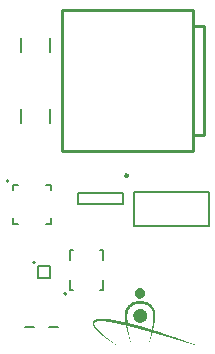
<source format=gbr>
%TF.GenerationSoftware,Altium Limited,Altium Designer,22.4.2 (48)*%
G04 Layer_Color=65535*
%FSLAX45Y45*%
%MOMM*%
%TF.SameCoordinates,536C032F-4EC3-470D-9469-351792C50264*%
%TF.FilePolarity,Positive*%
%TF.FileFunction,Legend,Top*%
%TF.Part,Single*%
G01*
G75*
%TA.AperFunction,NonConductor*%
%ADD36C,0.20320*%
%ADD37C,0.25000*%
%ADD38C,0.20000*%
%ADD39C,0.15000*%
%ADD40C,0.15240*%
G36*
X339845Y-2657363D02*
X340881D01*
Y-2658399D01*
X341917D01*
Y-2659435D01*
X345025D01*
Y-2658399D01*
X347097D01*
Y-2659435D01*
X348133D01*
Y-2660471D01*
X349169D01*
Y-2661508D01*
X353313D01*
Y-2663580D01*
X355385D01*
Y-2664615D01*
X357458D01*
Y-2665652D01*
X359530D01*
Y-2666688D01*
X360566D01*
Y-2667724D01*
X361602D01*
Y-2668760D01*
X362638D01*
Y-2669796D01*
X363674D01*
Y-2670832D01*
X364710D01*
Y-2671868D01*
X365746D01*
Y-2672904D01*
X366782D01*
Y-2673940D01*
X368854D01*
Y-2678084D01*
X369891D01*
Y-2679120D01*
X370926D01*
Y-2683264D01*
X372998D01*
Y-2684301D01*
X374035D01*
Y-2688445D01*
X375071D01*
Y-2689481D01*
X376106D01*
Y-2713310D01*
X374035D01*
Y-2715382D01*
X372998D01*
Y-2716419D01*
X374035D01*
Y-2719527D01*
X372998D01*
Y-2720563D01*
X371963D01*
Y-2721599D01*
X370926D01*
Y-2725743D01*
X369891D01*
Y-2726779D01*
X368854D01*
Y-2727815D01*
X367818D01*
Y-2728851D01*
X366782D01*
Y-2729887D01*
X365746D01*
Y-2730923D01*
X364710D01*
Y-2731960D01*
X363674D01*
Y-2732996D01*
X362638D01*
Y-2734031D01*
X361602D01*
Y-2735068D01*
X360566D01*
Y-2736103D01*
X359530D01*
Y-2737140D01*
X358494D01*
Y-2738176D01*
X357458D01*
Y-2739212D01*
X356422D01*
Y-2740248D01*
X355385D01*
Y-2741284D01*
X351241D01*
Y-2743356D01*
X347097D01*
Y-2744392D01*
X346061D01*
Y-2745428D01*
X345025D01*
Y-2746464D01*
X342953D01*
Y-2745428D01*
X340881D01*
Y-2746464D01*
X326376D01*
Y-2745428D01*
X325340D01*
Y-2746464D01*
X322232D01*
Y-2745428D01*
X321195D01*
Y-2743356D01*
X314979D01*
Y-2742320D01*
X313943D01*
Y-2741284D01*
X311871D01*
Y-2739212D01*
X310835D01*
Y-2738176D01*
X306691D01*
Y-2736103D01*
X304618D01*
Y-2735068D01*
X303583D01*
Y-2734031D01*
X302546D01*
Y-2732996D01*
X301510D01*
Y-2730923D01*
X300474D01*
Y-2728851D01*
X299438D01*
Y-2726779D01*
X298403D01*
Y-2725743D01*
X296330D01*
Y-2723671D01*
X295294D01*
Y-2721599D01*
X294258D01*
Y-2718491D01*
X292186D01*
Y-2709166D01*
X291150D01*
Y-2705022D01*
X290114D01*
Y-2702950D01*
X289077D01*
Y-2699842D01*
X290114D01*
Y-2698805D01*
X291150D01*
Y-2694661D01*
X292186D01*
Y-2690517D01*
X291150D01*
Y-2689481D01*
X292186D01*
Y-2687409D01*
X293222D01*
Y-2685337D01*
X294258D01*
Y-2683264D01*
X295294D01*
Y-2681192D01*
X296330D01*
Y-2679120D01*
X297366D01*
Y-2677048D01*
X298403D01*
Y-2676012D01*
X299438D01*
Y-2674976D01*
X300474D01*
Y-2673940D01*
X301510D01*
Y-2672904D01*
X302546D01*
Y-2671868D01*
X303583D01*
Y-2670832D01*
X304618D01*
Y-2669796D01*
X305655D01*
Y-2668760D01*
X306691D01*
Y-2667724D01*
X307727D01*
Y-2666688D01*
X308763D01*
Y-2665652D01*
X309799D01*
Y-2664615D01*
X310835D01*
Y-2663580D01*
X313943D01*
Y-2662543D01*
X314979D01*
Y-2661508D01*
X317051D01*
Y-2660471D01*
X318087D01*
Y-2659435D01*
X321195D01*
Y-2658399D01*
X322232D01*
Y-2659435D01*
X324304D01*
Y-2658399D01*
X326376D01*
Y-2656327D01*
X339845D01*
Y-2657363D01*
D02*
G37*
G36*
X352277Y-2765113D02*
X354350D01*
Y-2766150D01*
X355385D01*
Y-2767185D01*
X368854D01*
Y-2768221D01*
X369891D01*
Y-2769258D01*
X371963D01*
Y-2770293D01*
X378179D01*
Y-2771330D01*
X379215D01*
Y-2772366D01*
X384395D01*
Y-2773402D01*
X386467D01*
Y-2774438D01*
X387503D01*
Y-2775474D01*
X391647D01*
Y-2777546D01*
X393720D01*
Y-2778582D01*
X395792D01*
Y-2777546D01*
X397864D01*
Y-2778582D01*
X398900D01*
Y-2779618D01*
X400972D01*
Y-2780654D01*
X404080D01*
Y-2781690D01*
X405116D01*
Y-2782726D01*
X406153D01*
Y-2783762D01*
X407188D01*
Y-2784799D01*
X408225D01*
Y-2785834D01*
X411333D01*
Y-2786871D01*
X412369D01*
Y-2787907D01*
X414441D01*
Y-2788943D01*
X415477D01*
Y-2789979D01*
X416513D01*
Y-2791015D01*
X420657D01*
Y-2792051D01*
X421693D01*
Y-2793087D01*
X422729D01*
Y-2794123D01*
X423765D01*
Y-2795159D01*
X424802D01*
Y-2796195D01*
X425838D01*
Y-2797231D01*
X426874D01*
Y-2798267D01*
X427910D01*
Y-2800339D01*
X429982D01*
Y-2801375D01*
X431018D01*
Y-2802411D01*
X432054D01*
Y-2803448D01*
X433090D01*
Y-2805520D01*
X434126D01*
Y-2806556D01*
X436198D01*
Y-2808628D01*
X437234D01*
Y-2809664D01*
X438270D01*
Y-2810700D01*
X439306D01*
Y-2812772D01*
X440343D01*
Y-2814844D01*
X441379D01*
Y-2815880D01*
X442414D01*
Y-2816916D01*
X443451D01*
Y-2817952D01*
X444487D01*
Y-2820025D01*
X445523D01*
Y-2823133D01*
X447595D01*
Y-2824169D01*
X448631D01*
Y-2826241D01*
X449667D01*
Y-2827277D01*
X450703D01*
Y-2831421D01*
X451739D01*
Y-2832457D01*
X452775D01*
Y-2837638D01*
X453811D01*
Y-2839710D01*
X454847D01*
Y-2840746D01*
X455883D01*
Y-2844890D01*
X456920D01*
Y-2845926D01*
X457955D01*
Y-2847998D01*
X458992D01*
Y-2849034D01*
X457955D01*
Y-2854215D01*
X458992D01*
Y-2855250D01*
X460028D01*
Y-2856287D01*
X461064D01*
Y-2867683D01*
X462100D01*
Y-2868719D01*
X463136D01*
Y-2870791D01*
X464172D01*
Y-2873900D01*
X463136D01*
Y-2880116D01*
X464172D01*
Y-2893585D01*
X463136D01*
Y-2904981D01*
X464172D01*
Y-2909126D01*
X463136D01*
Y-2911198D01*
X464172D01*
Y-2914306D01*
X463136D01*
Y-2916378D01*
X462100D01*
Y-2918450D01*
X461064D01*
Y-2937099D01*
X460028D01*
Y-2939171D01*
X458992D01*
Y-2940208D01*
X457955D01*
Y-2954712D01*
X455883D01*
Y-2967145D01*
X454847D01*
Y-2968181D01*
X453811D01*
Y-2971289D01*
X452775D01*
Y-2975433D01*
X453811D01*
Y-2978542D01*
X452775D01*
Y-2980614D01*
X451739D01*
Y-2981650D01*
X450703D01*
Y-2994083D01*
X449667D01*
Y-2995119D01*
X448631D01*
Y-2997191D01*
X447595D01*
Y-3000299D01*
X448631D01*
Y-3003407D01*
X447595D01*
Y-3004443D01*
X446559D01*
Y-3005479D01*
X445523D01*
Y-3012732D01*
X446559D01*
Y-3013768D01*
X449667D01*
Y-3014804D01*
X450703D01*
Y-3015840D01*
X451739D01*
Y-3016876D01*
X454847D01*
Y-3015840D01*
X456920D01*
Y-3016876D01*
X457955D01*
Y-3017912D01*
X458992D01*
Y-3018948D01*
X466244D01*
Y-3019984D01*
X468316D01*
Y-3021020D01*
X473496D01*
Y-3022056D01*
X476604D01*
Y-3023093D01*
X477641D01*
Y-3024128D01*
X484893D01*
Y-3026200D01*
X486965D01*
Y-3027237D01*
X489037D01*
Y-3026200D01*
X491110D01*
Y-3027237D01*
X492145D01*
Y-3028273D01*
X493182D01*
Y-3029309D01*
X500434D01*
Y-3031381D01*
X502506D01*
Y-3032417D01*
X508722D01*
Y-3033453D01*
X509758D01*
Y-3034489D01*
X515975D01*
Y-3035525D01*
X517011D01*
Y-3036561D01*
X518047D01*
Y-3037597D01*
X524263D01*
Y-3038633D01*
X525299D01*
Y-3039669D01*
X531516D01*
Y-3040705D01*
X532552D01*
Y-3041741D01*
X533588D01*
Y-3042777D01*
X539804D01*
Y-3043814D01*
X541876D01*
Y-3044849D01*
X542912D01*
Y-3045886D01*
X548093D01*
Y-3046922D01*
X550165D01*
Y-3047958D01*
X551201D01*
Y-3048994D01*
X557417D01*
Y-3051066D01*
X564670D01*
Y-3052102D01*
X565705D01*
Y-3053138D01*
X566742D01*
Y-3054174D01*
X572958D01*
Y-3055210D01*
X573994D01*
Y-3056246D01*
X580211D01*
Y-3057282D01*
X582283D01*
Y-3058318D01*
X583319D01*
Y-3059355D01*
X588499D01*
Y-3060390D01*
X589535D01*
Y-3061427D01*
X595751D01*
Y-3062463D01*
X597823D01*
Y-3063499D01*
X598860D01*
Y-3064535D01*
X605076D01*
Y-3066607D01*
X612328D01*
Y-3067643D01*
X613364D01*
Y-3068679D01*
X614401D01*
Y-3069715D01*
X620617D01*
Y-3070751D01*
X621653D01*
Y-3071787D01*
X627869D01*
Y-3072823D01*
X628905D01*
Y-3073859D01*
X629941D01*
Y-3074895D01*
X636158D01*
Y-3075931D01*
X637194D01*
Y-3076967D01*
X639266D01*
Y-3078003D01*
X644446D01*
Y-3079040D01*
X646519D01*
Y-3080076D01*
X648591D01*
Y-3081112D01*
X650662D01*
Y-3082148D01*
X651699D01*
Y-3083184D01*
X657915D01*
Y-3084220D01*
X658951D01*
Y-3085256D01*
X661023D01*
Y-3086292D01*
X666203D01*
Y-3087328D01*
X667240D01*
Y-3088364D01*
X673456D01*
Y-3089400D01*
X674492D01*
Y-3090436D01*
X676564D01*
Y-3091472D01*
X681744D01*
Y-3092508D01*
X682780D01*
Y-3093544D01*
X686924D01*
Y-3094581D01*
X687961D01*
Y-3095616D01*
X688997D01*
Y-3096653D01*
X696249D01*
Y-3097688D01*
X697285D01*
Y-3098725D01*
X702466D01*
Y-3099761D01*
X703502D01*
Y-3100797D01*
X704538D01*
Y-3101833D01*
X710754D01*
Y-3102869D01*
X712826D01*
Y-3103905D01*
X714898D01*
Y-3104941D01*
X716970D01*
Y-3105977D01*
X718007D01*
Y-3107013D01*
X724223D01*
Y-3108049D01*
X725259D01*
Y-3109085D01*
X728367D01*
Y-3110122D01*
X732511D01*
Y-3111157D01*
X733548D01*
Y-3112194D01*
X735620D01*
Y-3113229D01*
X737691D01*
Y-3112194D01*
X740800D01*
Y-3113229D01*
X741836D01*
Y-3114266D01*
X743908D01*
Y-3115302D01*
X745980D01*
Y-3116338D01*
X747016D01*
Y-3117374D01*
X751160D01*
Y-3118410D01*
X754269D01*
Y-3119446D01*
X755305D01*
Y-3120482D01*
X761521D01*
Y-3121518D01*
X763593D01*
Y-3122554D01*
X764629D01*
Y-3123590D01*
X769810D01*
Y-3124626D01*
X770846D01*
Y-3125663D01*
X774990D01*
Y-3126698D01*
X776026D01*
Y-3127735D01*
X777062D01*
Y-3128770D01*
X784314D01*
Y-3129806D01*
X785350D01*
Y-3130843D01*
X791567D01*
Y-3131878D01*
X792603D01*
Y-3132915D01*
X793639D01*
Y-3133951D01*
X796747D01*
Y-3134987D01*
X797783D01*
Y-3136023D01*
X805036D01*
Y-3137059D01*
X806072D01*
Y-3139131D01*
X811252D01*
Y-3141203D01*
X809180D01*
Y-3142239D01*
X807108D01*
Y-3141203D01*
X806072D01*
Y-3140167D01*
X803999D01*
Y-3139131D01*
X796747D01*
Y-3138095D01*
X795711D01*
Y-3137059D01*
X793639D01*
Y-3136023D01*
X790531D01*
Y-3137059D01*
X789494D01*
Y-3136023D01*
X787422D01*
Y-3134987D01*
X786387D01*
Y-3133951D01*
X780170D01*
Y-3132915D01*
X778098D01*
Y-3131878D01*
X776026D01*
Y-3130843D01*
X769810D01*
Y-3129806D01*
X768773D01*
Y-3128770D01*
X767738D01*
Y-3127735D01*
X766701D01*
Y-3128770D01*
X762557D01*
Y-3127735D01*
X761521D01*
Y-3126698D01*
X760485D01*
Y-3125663D01*
X752197D01*
Y-3124626D01*
X751160D01*
Y-3122554D01*
X742872D01*
Y-3121518D01*
X741836D01*
Y-3120482D01*
X735620D01*
Y-3119446D01*
X733548D01*
Y-3118410D01*
X732511D01*
Y-3117374D01*
X725259D01*
Y-3116338D01*
X723187D01*
Y-3115302D01*
X722151D01*
Y-3114266D01*
X715934D01*
Y-3113229D01*
X714898D01*
Y-3112194D01*
X708682D01*
Y-3111157D01*
X705574D01*
Y-3110122D01*
X704538D01*
Y-3109085D01*
X697285D01*
Y-3108049D01*
X696249D01*
Y-3107013D01*
X690033D01*
Y-3105977D01*
X688997D01*
Y-3104941D01*
X687961D01*
Y-3103905D01*
X679672D01*
Y-3102869D01*
X678636D01*
Y-3101833D01*
X672420D01*
Y-3100797D01*
X670348D01*
Y-3099761D01*
X669312D01*
Y-3098725D01*
X662059D01*
Y-3096653D01*
X659987D01*
Y-3095616D01*
X657915D01*
Y-3096653D01*
X653771D01*
Y-3095616D01*
X652735D01*
Y-3094581D01*
X650662D01*
Y-3093544D01*
X644446D01*
Y-3092508D01*
X643410D01*
Y-3091472D01*
X641338D01*
Y-3090436D01*
X640302D01*
Y-3091472D01*
X636158D01*
Y-3090436D01*
X635122D01*
Y-3089400D01*
X634086D01*
Y-3088364D01*
X626833D01*
Y-3087328D01*
X625797D01*
Y-3086292D01*
X624761D01*
Y-3085256D01*
X617509D01*
Y-3084220D01*
X616473D01*
Y-3083184D01*
X615437D01*
Y-3082148D01*
X608184D01*
Y-3081112D01*
X607148D01*
Y-3080076D01*
X599895D01*
Y-3079040D01*
X597823D01*
Y-3078003D01*
X596787D01*
Y-3076967D01*
X590571D01*
Y-3075931D01*
X589535D01*
Y-3074895D01*
X587463D01*
Y-3073859D01*
X586427D01*
Y-3074895D01*
X582283D01*
Y-3073859D01*
X580211D01*
Y-3072823D01*
X579174D01*
Y-3071787D01*
X572958D01*
Y-3070751D01*
X570886D01*
Y-3069715D01*
X564670D01*
Y-3068679D01*
X562598D01*
Y-3067643D01*
X561562D01*
Y-3066607D01*
X554309D01*
Y-3065571D01*
X553273D01*
Y-3064535D01*
X550165D01*
Y-3063499D01*
X548093D01*
Y-3064535D01*
X546021D01*
Y-3063499D01*
X543949D01*
Y-3062463D01*
X542912D01*
Y-3061427D01*
X535660D01*
Y-3060390D01*
X534624D01*
Y-3059355D01*
X532552D01*
Y-3058318D01*
X531516D01*
Y-3059355D01*
X527372D01*
Y-3058318D01*
X525299D01*
Y-3057282D01*
X524263D01*
Y-3056246D01*
X517011D01*
Y-3055210D01*
X515975D01*
Y-3054174D01*
X513903D01*
Y-3053138D01*
X510794D01*
Y-3054174D01*
X508722D01*
Y-3053138D01*
X507686D01*
Y-3052102D01*
X506650D01*
Y-3051066D01*
X498362D01*
Y-3050030D01*
X497325D01*
Y-3048994D01*
X496290D01*
Y-3047958D01*
X489037D01*
Y-3046922D01*
X488001D01*
Y-3045886D01*
X486965D01*
Y-3044849D01*
X479713D01*
Y-3043814D01*
X477641D01*
Y-3042777D01*
X470388D01*
Y-3041741D01*
X469352D01*
Y-3040705D01*
X468316D01*
Y-3039669D01*
X460028D01*
Y-3038633D01*
X458992D01*
Y-3037597D01*
X452775D01*
Y-3036561D01*
X450703D01*
Y-3035525D01*
X449667D01*
Y-3034489D01*
X440343D01*
Y-3035525D01*
X439306D01*
Y-3036561D01*
X438270D01*
Y-3038633D01*
X437234D01*
Y-3044849D01*
X436198D01*
Y-3045886D01*
X435162D01*
Y-3046922D01*
X434126D01*
Y-3051066D01*
X435162D01*
Y-3053138D01*
X434126D01*
Y-3055210D01*
X433090D01*
Y-3057282D01*
X432054D01*
Y-3063499D01*
X431018D01*
Y-3064535D01*
X428946D01*
Y-3071787D01*
X427910D01*
Y-3072823D01*
X426874D01*
Y-3074895D01*
X425838D01*
Y-3080076D01*
X424802D01*
Y-3081112D01*
X423765D01*
Y-3087328D01*
X422729D01*
Y-3088364D01*
X421693D01*
Y-3090436D01*
X420657D01*
Y-3095616D01*
X419621D01*
Y-3096653D01*
X418585D01*
Y-3102869D01*
X417549D01*
Y-3103905D01*
X416513D01*
Y-3107013D01*
X415477D01*
Y-3109085D01*
X413405D01*
Y-3101833D01*
X414441D01*
Y-3100797D01*
X415477D01*
Y-3093544D01*
X416513D01*
Y-3091472D01*
X417549D01*
Y-3090436D01*
X418585D01*
Y-3082148D01*
X419621D01*
Y-3081112D01*
X420657D01*
Y-3076967D01*
X421693D01*
Y-3073859D01*
X420657D01*
Y-3071787D01*
X421693D01*
Y-3069715D01*
X423765D01*
Y-3059355D01*
X424802D01*
Y-3058318D01*
X425838D01*
Y-3056246D01*
X426874D01*
Y-3050030D01*
X425838D01*
Y-3046922D01*
X426874D01*
Y-3044849D01*
X427910D01*
Y-3043814D01*
X428946D01*
Y-3040705D01*
X429982D01*
Y-3037597D01*
X428946D01*
Y-3034489D01*
X429982D01*
Y-3029309D01*
X422729D01*
Y-3028273D01*
X421693D01*
Y-3027237D01*
X419621D01*
Y-3026200D01*
X418585D01*
Y-3027237D01*
X414441D01*
Y-3026200D01*
X412369D01*
Y-3025165D01*
X411333D01*
Y-3024128D01*
X404080D01*
Y-3023093D01*
X403044D01*
Y-3022056D01*
X400972D01*
Y-3021020D01*
X393720D01*
Y-3019984D01*
X392684D01*
Y-3018948D01*
X385432D01*
Y-3017912D01*
X384395D01*
Y-3016876D01*
X382323D01*
Y-3015840D01*
X375071D01*
Y-3014804D01*
X374035D01*
Y-3013768D01*
X371963D01*
Y-3012732D01*
X369891D01*
Y-3013768D01*
X366782D01*
Y-3012732D01*
X364710D01*
Y-3011696D01*
X363674D01*
Y-3010659D01*
X355385D01*
Y-3009624D01*
X354350D01*
Y-3008587D01*
X353313D01*
Y-3007552D01*
X346061D01*
Y-3006515D01*
X345025D01*
Y-3005479D01*
X338809D01*
Y-3004443D01*
X335700D01*
Y-3003407D01*
X334664D01*
Y-3002371D01*
X326376D01*
Y-3001335D01*
X325340D01*
Y-3000299D01*
X323268D01*
Y-2999263D01*
X316015D01*
Y-2998227D01*
X314979D01*
Y-2997191D01*
X306691D01*
Y-2996155D01*
X304618D01*
Y-2995119D01*
X303583D01*
Y-2994083D01*
X300474D01*
Y-2995119D01*
X297366D01*
Y-2994083D01*
X296330D01*
Y-2993047D01*
X295294D01*
Y-2992011D01*
X285969D01*
Y-2990974D01*
X284934D01*
Y-2989938D01*
X283897D01*
Y-2988902D01*
X279753D01*
Y-2989938D01*
X276645D01*
Y-2988902D01*
X274573D01*
Y-2987866D01*
X273537D01*
Y-2986830D01*
X264212D01*
Y-2985794D01*
X263176D01*
Y-2984758D01*
X262140D01*
Y-2983722D01*
X256960D01*
Y-2984758D01*
X255924D01*
Y-2983722D01*
X253852D01*
Y-2982686D01*
X252816D01*
Y-2981650D01*
X244527D01*
Y-2980614D01*
X243491D01*
Y-2979578D01*
X242455D01*
Y-2978542D01*
X240383D01*
Y-2977506D01*
X239347D01*
Y-2978542D01*
X228986D01*
Y-2980614D01*
X227950D01*
Y-2982686D01*
X228986D01*
Y-2985794D01*
X230022D01*
Y-2986830D01*
X231058D01*
Y-2988902D01*
X232095D01*
Y-2993047D01*
X231058D01*
Y-2998227D01*
X232095D01*
Y-2999263D01*
X231058D01*
Y-3004443D01*
X232095D01*
Y-3005479D01*
X233130D01*
Y-3006515D01*
X234166D01*
Y-3017912D01*
X235202D01*
Y-3018948D01*
X236239D01*
Y-3021020D01*
X237275D01*
Y-3024128D01*
X236239D01*
Y-3031381D01*
X237275D01*
Y-3032417D01*
X239347D01*
Y-3044849D01*
X240383D01*
Y-3045886D01*
X241419D01*
Y-3047958D01*
X242455D01*
Y-3050030D01*
X241419D01*
Y-3051066D01*
X242455D01*
Y-3054174D01*
X241419D01*
Y-3057282D01*
X242455D01*
Y-3058318D01*
X243491D01*
Y-3059355D01*
X244527D01*
Y-3068679D01*
X245563D01*
Y-3069715D01*
X246599D01*
Y-3071787D01*
X247635D01*
Y-3075931D01*
X246599D01*
Y-3078003D01*
X247635D01*
Y-3080076D01*
X248671D01*
Y-3081112D01*
X249707D01*
Y-3089400D01*
X250743D01*
Y-3090436D01*
X251780D01*
Y-3092508D01*
X252816D01*
Y-3100797D01*
X253852D01*
Y-3101833D01*
X254888D01*
Y-3103905D01*
X255924D01*
Y-3108049D01*
X254888D01*
Y-3109085D01*
X253852D01*
Y-3108049D01*
X252816D01*
Y-3107013D01*
X251780D01*
Y-3102869D01*
X250743D01*
Y-3101833D01*
X249707D01*
Y-3097688D01*
X248671D01*
Y-3095616D01*
X247635D01*
Y-3090436D01*
X246599D01*
Y-3088364D01*
X245563D01*
Y-3086292D01*
X244527D01*
Y-3081112D01*
X243491D01*
Y-3080076D01*
X242455D01*
Y-3078003D01*
X241419D01*
Y-3076967D01*
X242455D01*
Y-3072823D01*
X241419D01*
Y-3071787D01*
X240383D01*
Y-3070751D01*
X239347D01*
Y-3064535D01*
X238311D01*
Y-3063499D01*
X237275D01*
Y-3061427D01*
X236239D01*
Y-3060390D01*
X237275D01*
Y-3057282D01*
X236239D01*
Y-3055210D01*
X235202D01*
Y-3054174D01*
X234166D01*
Y-3045886D01*
X232095D01*
Y-3037597D01*
X231058D01*
Y-3036561D01*
X230022D01*
Y-3035525D01*
X228986D01*
Y-3027237D01*
X227950D01*
Y-3026200D01*
X226914D01*
Y-3025165D01*
X225878D01*
Y-3022056D01*
X226914D01*
Y-3017912D01*
X225878D01*
Y-3016876D01*
X224842D01*
Y-3014804D01*
X223806D01*
Y-3006515D01*
X222770D01*
Y-3005479D01*
X221734D01*
Y-3004443D01*
X220698D01*
Y-2995119D01*
X219661D01*
Y-2993047D01*
X218626D01*
Y-2989938D01*
X217589D01*
Y-2985794D01*
X218626D01*
Y-2982686D01*
X217589D01*
Y-2981650D01*
X216554D01*
Y-2980614D01*
X215517D01*
Y-2973361D01*
X213445D01*
Y-2972326D01*
X209301D01*
Y-2971289D01*
X207229D01*
Y-2970253D01*
X197905D01*
Y-2969217D01*
X196868D01*
Y-2968181D01*
X194796D01*
Y-2967145D01*
X185472D01*
Y-2966109D01*
X184436D01*
Y-2965073D01*
X175111D01*
Y-2964037D01*
X174075D01*
Y-2963001D01*
X172003D01*
Y-2961965D01*
X162678D01*
Y-2960929D01*
X161642D01*
Y-2959892D01*
X150246D01*
Y-2958857D01*
X149210D01*
Y-2957820D01*
X148173D01*
Y-2956785D01*
X135741D01*
Y-2955748D01*
X134705D01*
Y-2954712D01*
X122272D01*
Y-2953676D01*
X121236D01*
Y-2952640D01*
X119164D01*
Y-2951604D01*
X107767D01*
Y-2950568D01*
X106731D01*
Y-2949532D01*
X101551D01*
Y-2948496D01*
X100515D01*
Y-2949532D01*
X94298D01*
Y-2948496D01*
X93262D01*
Y-2947460D01*
X92226D01*
Y-2946424D01*
X79794D01*
Y-2945388D01*
X77721D01*
Y-2944351D01*
X76685D01*
Y-2943316D01*
X61144D01*
Y-2942279D01*
X59072D01*
Y-2941244D01*
X57000D01*
Y-2940208D01*
X48712D01*
Y-2941244D01*
X43531D01*
Y-2940208D01*
X42495D01*
Y-2939171D01*
X41459D01*
Y-2938136D01*
X-30029D01*
Y-2939171D01*
X-31065D01*
Y-2940208D01*
X-32101D01*
Y-2941244D01*
X-35209D01*
Y-2940208D01*
X-36245D01*
Y-2941244D01*
X-38317D01*
Y-2942279D01*
X-39353D01*
Y-2943316D01*
X-41426D01*
Y-2944351D01*
X-45570D01*
Y-2945388D01*
X-47642D01*
Y-2946424D01*
X-48678D01*
Y-2947460D01*
X-49714D01*
Y-2948496D01*
X-50750D01*
Y-2949532D01*
X-51786D01*
Y-2951604D01*
X-52822D01*
Y-2952640D01*
X-51786D01*
Y-2965073D01*
X-50750D01*
Y-2966109D01*
X-49714D01*
Y-2967145D01*
X-48678D01*
Y-2969217D01*
X-49714D01*
Y-2972326D01*
X-48678D01*
Y-2973361D01*
X-47642D01*
Y-2974398D01*
X-46606D01*
Y-2975433D01*
X-45570D01*
Y-2976470D01*
X-44534D01*
Y-2978542D01*
X-43498D01*
Y-2981650D01*
X-42461D01*
Y-2982686D01*
X-41426D01*
Y-2983722D01*
X-40390D01*
Y-2984758D01*
X-39353D01*
Y-2986830D01*
X-38317D01*
Y-2988902D01*
X-37281D01*
Y-2989938D01*
X-36245D01*
Y-2990974D01*
X-35209D01*
Y-2992011D01*
X-34173D01*
Y-2993047D01*
X-33137D01*
Y-2994083D01*
X-32101D01*
Y-2995119D01*
X-31065D01*
Y-2999263D01*
X-30029D01*
Y-3000299D01*
X-28993D01*
Y-3001335D01*
X-27957D01*
Y-3002371D01*
X-26921D01*
Y-3003407D01*
X-25885D01*
Y-3004443D01*
X-24849D01*
Y-3005479D01*
X-23812D01*
Y-3006515D01*
X-22776D01*
Y-3007552D01*
X-21740D01*
Y-3008587D01*
X-20704D01*
Y-3009624D01*
X-19668D01*
Y-3010659D01*
X-18632D01*
Y-3011696D01*
X-17596D01*
Y-3012732D01*
X-16560D01*
Y-3013768D01*
X-15524D01*
Y-3014804D01*
X-14488D01*
Y-3015840D01*
X-13452D01*
Y-3016876D01*
X-12416D01*
Y-3017912D01*
X-11380D01*
Y-3018948D01*
X-10344D01*
Y-3019984D01*
X-9308D01*
Y-3021020D01*
X-8271D01*
Y-3022056D01*
X-7235D01*
Y-3023093D01*
X-6200D01*
Y-3024128D01*
X-5163D01*
Y-3025165D01*
X-4128D01*
Y-3026200D01*
X-3091D01*
Y-3027237D01*
X-2055D01*
Y-3028273D01*
X-1019D01*
Y-3029309D01*
X17D01*
Y-3030345D01*
X1053D01*
Y-3031381D01*
X2089D01*
Y-3032417D01*
X3125D01*
Y-3033453D01*
X4161D01*
Y-3034489D01*
X5197D01*
Y-3035525D01*
X6233D01*
Y-3036561D01*
X7269D01*
Y-3037597D01*
X8306D01*
Y-3038633D01*
X9341D01*
Y-3039669D01*
X12450D01*
Y-3040705D01*
X13486D01*
Y-3041741D01*
X15558D01*
Y-3042777D01*
X16594D01*
Y-3043814D01*
X17630D01*
Y-3044849D01*
X18666D01*
Y-3045886D01*
X19702D01*
Y-3046922D01*
X20738D01*
Y-3047958D01*
X21774D01*
Y-3048994D01*
X22810D01*
Y-3050030D01*
X23847D01*
Y-3051066D01*
X24882D01*
Y-3052102D01*
X25918D01*
Y-3053138D01*
X26954D01*
Y-3054174D01*
X27990D01*
Y-3055210D01*
X29027D01*
Y-3056246D01*
X30062D01*
Y-3057282D01*
X31099D01*
Y-3058318D01*
X32135D01*
Y-3059355D01*
X33171D01*
Y-3060390D01*
X34207D01*
Y-3061427D01*
X36279D01*
Y-3062463D01*
X37315D01*
Y-3063499D01*
X39387D01*
Y-3064535D01*
X40423D01*
Y-3065571D01*
X41459D01*
Y-3066607D01*
X42495D01*
Y-3067643D01*
X43531D01*
Y-3068679D01*
X44568D01*
Y-3069715D01*
X45603D01*
Y-3070751D01*
X46640D01*
Y-3071787D01*
X47676D01*
Y-3072823D01*
X48712D01*
Y-3073859D01*
X50784D01*
Y-3075931D01*
X52856D01*
Y-3076967D01*
X53892D01*
Y-3078003D01*
X55964D01*
Y-3079040D01*
X58036D01*
Y-3081112D01*
X59072D01*
Y-3082148D01*
X61144D01*
Y-3083184D01*
X62180D01*
Y-3084220D01*
X63217D01*
Y-3085256D01*
X64253D01*
Y-3086292D01*
X65289D01*
Y-3087328D01*
X66325D01*
Y-3088364D01*
X69433D01*
Y-3089400D01*
X70469D01*
Y-3090436D01*
X71505D01*
Y-3091472D01*
X72541D01*
Y-3092508D01*
X73577D01*
Y-3093544D01*
X75649D01*
Y-3095616D01*
X76685D01*
Y-3096653D01*
X80829D01*
Y-3097688D01*
X81866D01*
Y-3098725D01*
X82902D01*
Y-3099761D01*
X83938D01*
Y-3100797D01*
X84974D01*
Y-3101833D01*
X86010D01*
Y-3102869D01*
X87046D01*
Y-3103905D01*
X88082D01*
Y-3104941D01*
X90154D01*
Y-3105977D01*
X92226D01*
Y-3107013D01*
X93262D01*
Y-3108049D01*
X94298D01*
Y-3109085D01*
X95335D01*
Y-3110122D01*
X97407D01*
Y-3111157D01*
X98443D01*
Y-3113229D01*
X100515D01*
Y-3114266D01*
X101551D01*
Y-3115302D01*
X104659D01*
Y-3116338D01*
X105695D01*
Y-3117374D01*
X106731D01*
Y-3118410D01*
X107767D01*
Y-3119446D01*
X109839D01*
Y-3121518D01*
X110876D01*
Y-3122554D01*
X112947D01*
Y-3123590D01*
X116056D01*
Y-3124626D01*
X117091D01*
Y-3125663D01*
X118128D01*
Y-3126698D01*
X119164D01*
Y-3127735D01*
X120200D01*
Y-3128770D01*
X121236D01*
Y-3130843D01*
X125380D01*
Y-3131878D01*
X127452D01*
Y-3133951D01*
X129525D01*
Y-3136023D01*
X130560D01*
Y-3137059D01*
X131597D01*
Y-3139131D01*
X130560D01*
Y-3138095D01*
X129525D01*
Y-3137059D01*
X127452D01*
Y-3136023D01*
X125380D01*
Y-3134987D01*
X123308D01*
Y-3133951D01*
X122272D01*
Y-3131878D01*
X121236D01*
Y-3130843D01*
X117091D01*
Y-3129806D01*
X116056D01*
Y-3128770D01*
X115019D01*
Y-3127735D01*
X112947D01*
Y-3126698D01*
X111911D01*
Y-3125663D01*
X110876D01*
Y-3124626D01*
X108803D01*
Y-3123590D01*
X106731D01*
Y-3122554D01*
X105695D01*
Y-3121518D01*
X104659D01*
Y-3120482D01*
X103623D01*
Y-3119446D01*
X101551D01*
Y-3118410D01*
X99479D01*
Y-3117374D01*
X97407D01*
Y-3115302D01*
X96370D01*
Y-3114266D01*
X94298D01*
Y-3113229D01*
X92226D01*
Y-3112194D01*
X90154D01*
Y-3111157D01*
X89118D01*
Y-3110122D01*
X88082D01*
Y-3109085D01*
X87046D01*
Y-3108049D01*
X86010D01*
Y-3107013D01*
X82902D01*
Y-3105977D01*
X81866D01*
Y-3104941D01*
X80829D01*
Y-3103905D01*
X78758D01*
Y-3102869D01*
X77721D01*
Y-3101833D01*
X75649D01*
Y-3100797D01*
X73577D01*
Y-3099761D01*
X72541D01*
Y-3098725D01*
X71505D01*
Y-3097688D01*
X70469D01*
Y-3096653D01*
X67361D01*
Y-3095616D01*
X66325D01*
Y-3094581D01*
X65289D01*
Y-3093544D01*
X64253D01*
Y-3092508D01*
X63217D01*
Y-3091472D01*
X59072D01*
Y-3090436D01*
X58036D01*
Y-3089400D01*
X57000D01*
Y-3088364D01*
X55964D01*
Y-3087328D01*
X54928D01*
Y-3086292D01*
X53892D01*
Y-3085256D01*
X51820D01*
Y-3084220D01*
X49748D01*
Y-3083184D01*
X48712D01*
Y-3082148D01*
X47676D01*
Y-3081112D01*
X45603D01*
Y-3079040D01*
X44568D01*
Y-3078003D01*
X43531D01*
Y-3076967D01*
X40423D01*
Y-3075931D01*
X38351D01*
Y-3074895D01*
X37315D01*
Y-3073859D01*
X36279D01*
Y-3072823D01*
X35243D01*
Y-3071787D01*
X34207D01*
Y-3070751D01*
X33171D01*
Y-3069715D01*
X32135D01*
Y-3068679D01*
X27990D01*
Y-3066607D01*
X25918D01*
Y-3065571D01*
X24882D01*
Y-3064535D01*
X23847D01*
Y-3063499D01*
X22810D01*
Y-3061427D01*
X20738D01*
Y-3060390D01*
X18666D01*
Y-3059355D01*
X16594D01*
Y-3058318D01*
X15558D01*
Y-3057282D01*
X14521D01*
Y-3056246D01*
X13486D01*
Y-3055210D01*
X12450D01*
Y-3054174D01*
X11413D01*
Y-3053138D01*
X10378D01*
Y-3052102D01*
X9341D01*
Y-3051066D01*
X8306D01*
Y-3050030D01*
X7269D01*
Y-3048994D01*
X6233D01*
Y-3047958D01*
X4161D01*
Y-3046922D01*
X3125D01*
Y-3045886D01*
X17D01*
Y-3044849D01*
X-1019D01*
Y-3043814D01*
X-2055D01*
Y-3042777D01*
X-3091D01*
Y-3041741D01*
X-4128D01*
Y-3039669D01*
X-6200D01*
Y-3037597D01*
X-7235D01*
Y-3036561D01*
X-9308D01*
Y-3035525D01*
X-10344D01*
Y-3034489D01*
X-11380D01*
Y-3032417D01*
X-12416D01*
Y-3031381D01*
X-15524D01*
Y-3030345D01*
X-16560D01*
Y-3029309D01*
X-18632D01*
Y-3028273D01*
X-19668D01*
Y-3027237D01*
X-20704D01*
Y-3026200D01*
X-21740D01*
Y-3025165D01*
X-22776D01*
Y-3024128D01*
X-23812D01*
Y-3023093D01*
X-24849D01*
Y-3022056D01*
X-25885D01*
Y-3021020D01*
X-26921D01*
Y-3019984D01*
X-27957D01*
Y-3018948D01*
X-28993D01*
Y-3017912D01*
X-30029D01*
Y-3016876D01*
X-31065D01*
Y-3015840D01*
X-32101D01*
Y-3014804D01*
X-33137D01*
Y-3012732D01*
X-34173D01*
Y-3011696D01*
X-35209D01*
Y-3010659D01*
X-36245D01*
Y-3009624D01*
X-37281D01*
Y-3007552D01*
X-38317D01*
Y-3006515D01*
X-39353D01*
Y-3004443D01*
X-41426D01*
Y-3002371D01*
X-42461D01*
Y-3001335D01*
X-44534D01*
Y-3000299D01*
X-45570D01*
Y-2999263D01*
X-46606D01*
Y-2997191D01*
X-47642D01*
Y-2995119D01*
X-48678D01*
Y-2993047D01*
X-49714D01*
Y-2992011D01*
X-50750D01*
Y-2990974D01*
X-51786D01*
Y-2989938D01*
X-52822D01*
Y-2988902D01*
X-53858D01*
Y-2985794D01*
X-54894D01*
Y-2983722D01*
X-55930D01*
Y-2982686D01*
X-56967D01*
Y-2981650D01*
X-58002D01*
Y-2979578D01*
X-59039D01*
Y-2977506D01*
X-60075D01*
Y-2976470D01*
X-61111D01*
Y-2973361D01*
X-62147D01*
Y-2969217D01*
X-63182D01*
Y-2967145D01*
X-65255D01*
Y-2948496D01*
X-66291D01*
Y-2946424D01*
X-65255D01*
Y-2945388D01*
X-64219D01*
Y-2943316D01*
X-63182D01*
Y-2941244D01*
X-62147D01*
Y-2939171D01*
X-61111D01*
Y-2938136D01*
X-60075D01*
Y-2937099D01*
X-59039D01*
Y-2933991D01*
X-56967D01*
Y-2931919D01*
X-55930D01*
Y-2930883D01*
X-53858D01*
Y-2929847D01*
X-51786D01*
Y-2928811D01*
X-50750D01*
Y-2927775D01*
X-48678D01*
Y-2926739D01*
X-46606D01*
Y-2925703D01*
X-45570D01*
Y-2924667D01*
X-41426D01*
Y-2923630D01*
X-40390D01*
Y-2922595D01*
X-36245D01*
Y-2921558D01*
X-34173D01*
Y-2920522D01*
X-32101D01*
Y-2919486D01*
X-19668D01*
Y-2918450D01*
X-17596D01*
Y-2917414D01*
X44568D01*
Y-2918450D01*
X46640D01*
Y-2919486D01*
X68397D01*
Y-2920522D01*
X70469D01*
Y-2921558D01*
X71505D01*
Y-2922595D01*
X86010D01*
Y-2923630D01*
X87046D01*
Y-2924667D01*
X101551D01*
Y-2925703D01*
X102587D01*
Y-2926739D01*
X103623D01*
Y-2927775D01*
X118128D01*
Y-2928811D01*
X119164D01*
Y-2929847D01*
X121236D01*
Y-2930883D01*
X124344D01*
Y-2929847D01*
X130560D01*
Y-2930883D01*
X131597D01*
Y-2931919D01*
X133669D01*
Y-2932955D01*
X144029D01*
Y-2933991D01*
X145065D01*
Y-2935027D01*
X149210D01*
Y-2936063D01*
X157498D01*
Y-2937099D01*
X159570D01*
Y-2938136D01*
X162678D01*
Y-2939171D01*
X168895D01*
Y-2938136D01*
X169931D01*
Y-2939171D01*
X172003D01*
Y-2940208D01*
X174075D01*
Y-2941244D01*
X176147D01*
Y-2942279D01*
X177183D01*
Y-2941244D01*
X182364D01*
Y-2942279D01*
X183399D01*
Y-2943316D01*
X185472D01*
Y-2944351D01*
X195832D01*
Y-2945388D01*
X196868D01*
Y-2946424D01*
X198940D01*
Y-2947460D01*
X199977D01*
Y-2946424D01*
X207229D01*
Y-2947460D01*
X208265D01*
Y-2946424D01*
X209301D01*
Y-2945388D01*
X210337D01*
Y-2940208D01*
X209301D01*
Y-2938136D01*
X208265D01*
Y-2937099D01*
X207229D01*
Y-2919486D01*
X206193D01*
Y-2917414D01*
X205157D01*
Y-2916378D01*
X204120D01*
Y-2870791D01*
X205157D01*
Y-2868719D01*
X206193D01*
Y-2866647D01*
X207229D01*
Y-2856287D01*
X208265D01*
Y-2855250D01*
X209301D01*
Y-2853179D01*
X210337D01*
Y-2850070D01*
X209301D01*
Y-2847998D01*
X210337D01*
Y-2845926D01*
X211373D01*
Y-2844890D01*
X212409D01*
Y-2840746D01*
X213445D01*
Y-2838674D01*
X214481D01*
Y-2836601D01*
X215517D01*
Y-2833493D01*
X216554D01*
Y-2831421D01*
X217589D01*
Y-2830385D01*
X218626D01*
Y-2828313D01*
X219661D01*
Y-2826241D01*
X220698D01*
Y-2825205D01*
X221734D01*
Y-2823133D01*
X222770D01*
Y-2822097D01*
X223806D01*
Y-2817952D01*
X224842D01*
Y-2816916D01*
X225878D01*
Y-2815880D01*
X226914D01*
Y-2814844D01*
X228986D01*
Y-2811736D01*
X230022D01*
Y-2810700D01*
X231058D01*
Y-2808628D01*
X232095D01*
Y-2807592D01*
X233130D01*
Y-2806556D01*
X234166D01*
Y-2805520D01*
X235202D01*
Y-2804484D01*
X236239D01*
Y-2803448D01*
X237275D01*
Y-2802411D01*
X238311D01*
Y-2801375D01*
X239347D01*
Y-2800339D01*
X240383D01*
Y-2799303D01*
X241419D01*
Y-2798267D01*
X242455D01*
Y-2797231D01*
X243491D01*
Y-2796195D01*
X245563D01*
Y-2795159D01*
X246599D01*
Y-2793087D01*
X248671D01*
Y-2792051D01*
X250743D01*
Y-2791015D01*
X251780D01*
Y-2789979D01*
X253852D01*
Y-2787907D01*
X254888D01*
Y-2786871D01*
X255924D01*
Y-2785834D01*
X261104D01*
Y-2784799D01*
X262140D01*
Y-2782726D01*
X263176D01*
Y-2781690D01*
X265248D01*
Y-2780654D01*
X268356D01*
Y-2779618D01*
X269393D01*
Y-2778582D01*
X272501D01*
Y-2777546D01*
X274573D01*
Y-2776510D01*
X276645D01*
Y-2775474D01*
X280789D01*
Y-2774438D01*
X281825D01*
Y-2773402D01*
X283897D01*
Y-2772366D01*
X289077D01*
Y-2771330D01*
X290114D01*
Y-2770293D01*
X297366D01*
Y-2769258D01*
X299438D01*
Y-2768221D01*
X301510D01*
Y-2767185D01*
X312907D01*
Y-2766150D01*
X313943D01*
Y-2765113D01*
X316015D01*
Y-2764078D01*
X318087D01*
Y-2765113D01*
X349169D01*
Y-2764078D01*
X352277D01*
Y-2765113D01*
D02*
G37*
G36*
X256960Y-3111157D02*
X257996D01*
Y-3113229D01*
Y-3114266D01*
Y-3116338D01*
X255924D01*
Y-3115302D01*
X254888D01*
Y-3111157D01*
X255924D01*
Y-3110122D01*
X256960D01*
Y-3111157D01*
D02*
G37*
G36*
X413405Y-3113229D02*
Y-3117374D01*
X411333D01*
Y-3116338D01*
X410297D01*
Y-3112194D01*
X413405D01*
Y-3113229D01*
D02*
G37*
G36*
X410297Y-3122554D02*
X408225D01*
Y-3121518D01*
X409261D01*
Y-3120482D01*
X410297D01*
Y-3122554D01*
D02*
G37*
G36*
X260068D02*
X259032D01*
Y-3121518D01*
X260068D01*
Y-3122554D01*
D02*
G37*
G36*
X137813Y-3141203D02*
X138849D01*
Y-3142239D01*
X139885D01*
Y-3143275D01*
X136777D01*
Y-3142239D01*
X135741D01*
Y-3140167D01*
X137813D01*
Y-3141203D01*
D02*
G37*
%LPC*%
G36*
X349169Y-2787907D02*
X348133D01*
Y-2788943D01*
X328448D01*
Y-2787907D01*
X326376D01*
Y-2788943D01*
X322232D01*
Y-2789979D01*
X320159D01*
Y-2791015D01*
X306691D01*
Y-2792051D01*
X305655D01*
Y-2793087D01*
X303583D01*
Y-2794123D01*
X299438D01*
Y-2793087D01*
X298403D01*
Y-2794123D01*
X296330D01*
Y-2795159D01*
X295294D01*
Y-2796195D01*
X290114D01*
Y-2797231D01*
X288042D01*
Y-2798267D01*
X285969D01*
Y-2799303D01*
X282862D01*
Y-2800339D01*
X281825D01*
Y-2801375D01*
X277681D01*
Y-2802411D01*
X276645D01*
Y-2803448D01*
X275609D01*
Y-2804484D01*
X272501D01*
Y-2805520D01*
X271465D01*
Y-2806556D01*
X270428D01*
Y-2807592D01*
X269393D01*
Y-2808628D01*
X268356D01*
Y-2809664D01*
X266284D01*
Y-2810700D01*
X264212D01*
Y-2811736D01*
X263176D01*
Y-2812772D01*
X261104D01*
Y-2813808D01*
X260068D01*
Y-2814844D01*
X259032D01*
Y-2815880D01*
X257996D01*
Y-2816916D01*
X256960D01*
Y-2817952D01*
X255924D01*
Y-2818989D01*
X254888D01*
Y-2820025D01*
X253852D01*
Y-2821061D01*
X252816D01*
Y-2822097D01*
X251780D01*
Y-2823133D01*
X250743D01*
Y-2824169D01*
X249707D01*
Y-2825205D01*
X248671D01*
Y-2826241D01*
X247635D01*
Y-2828313D01*
X246599D01*
Y-2830385D01*
X245563D01*
Y-2832457D01*
X244527D01*
Y-2833493D01*
X242455D01*
Y-2835566D01*
X241419D01*
Y-2837638D01*
X240383D01*
Y-2839710D01*
X239347D01*
Y-2841782D01*
X238311D01*
Y-2842818D01*
X237275D01*
Y-2843854D01*
Y-2844890D01*
X236239D01*
Y-2847998D01*
X235202D01*
Y-2849034D01*
X234166D01*
Y-2854215D01*
X233130D01*
Y-2855250D01*
X232095D01*
Y-2856287D01*
X231058D01*
Y-2862503D01*
X230022D01*
Y-2864575D01*
X228986D01*
Y-2873900D01*
X227950D01*
Y-2877008D01*
X226914D01*
Y-2880116D01*
X225878D01*
Y-2919486D01*
X226914D01*
Y-2921558D01*
X227950D01*
Y-2927775D01*
X228986D01*
Y-2947460D01*
X230022D01*
Y-2949532D01*
X231058D01*
Y-2950568D01*
X232095D01*
Y-2951604D01*
X236239D01*
Y-2952640D01*
X239347D01*
Y-2953676D01*
X241419D01*
Y-2954712D01*
X250743D01*
Y-2955748D01*
X251780D01*
Y-2956785D01*
X259032D01*
Y-2957820D01*
X261104D01*
Y-2958857D01*
X263176D01*
Y-2959892D01*
X270428D01*
Y-2960929D01*
X271465D01*
Y-2961965D01*
X278717D01*
Y-2963001D01*
X280789D01*
Y-2964037D01*
X282862D01*
Y-2965073D01*
X289077D01*
Y-2966109D01*
X291150D01*
Y-2967145D01*
X298403D01*
Y-2968181D01*
X299438D01*
Y-2969217D01*
X301510D01*
Y-2970253D01*
X308763D01*
Y-2971289D01*
X310835D01*
Y-2972326D01*
X312907D01*
Y-2973361D01*
X320159D01*
Y-2974398D01*
X322232D01*
Y-2975433D01*
X325340D01*
Y-2976470D01*
X329484D01*
Y-2977506D01*
X331556D01*
Y-2978542D01*
X338809D01*
Y-2979578D01*
X340881D01*
Y-2980614D01*
X342953D01*
Y-2981650D01*
X348133D01*
Y-2982686D01*
X349169D01*
Y-2983722D01*
X356422D01*
Y-2984758D01*
X358494D01*
Y-2985794D01*
X359530D01*
Y-2986830D01*
X366782D01*
Y-2987866D01*
X367818D01*
Y-2988902D01*
X374035D01*
Y-2989938D01*
X376106D01*
Y-2990974D01*
X378179D01*
Y-2992011D01*
X385432D01*
Y-2993047D01*
X386467D01*
Y-2994083D01*
X392684D01*
Y-2995119D01*
X394756D01*
Y-2996155D01*
X395792D01*
Y-2997191D01*
X403044D01*
Y-2998227D01*
X404080D01*
Y-2999263D01*
X410297D01*
Y-3000299D01*
X412369D01*
Y-3001335D01*
X413405D01*
Y-3002371D01*
X420657D01*
Y-3003407D01*
X421693D01*
Y-3004443D01*
X424802D01*
Y-3005479D01*
X428946D01*
Y-3006515D01*
X431018D01*
Y-3007552D01*
X435162D01*
Y-3001335D01*
X436198D01*
Y-2999263D01*
X437234D01*
Y-2984758D01*
X438270D01*
Y-2982686D01*
X439306D01*
Y-2980614D01*
X440343D01*
Y-2966109D01*
X441379D01*
Y-2964037D01*
X442414D01*
Y-2950568D01*
X443451D01*
Y-2947460D01*
X444487D01*
Y-2945388D01*
X445523D01*
Y-2921558D01*
X446559D01*
Y-2919486D01*
X447595D01*
Y-2880116D01*
X446559D01*
Y-2878044D01*
X445523D01*
Y-2865611D01*
X444487D01*
Y-2864575D01*
X443451D01*
Y-2862503D01*
X442414D01*
Y-2856287D01*
X441379D01*
Y-2855250D01*
X440343D01*
Y-2850070D01*
X439306D01*
Y-2849034D01*
X438270D01*
Y-2846962D01*
X437234D01*
Y-2843854D01*
X436198D01*
Y-2842818D01*
X435162D01*
Y-2840746D01*
X434126D01*
Y-2839710D01*
X433090D01*
Y-2837638D01*
X432054D01*
Y-2835566D01*
X431018D01*
Y-2833493D01*
X429982D01*
Y-2832457D01*
X428946D01*
Y-2831421D01*
X427910D01*
Y-2829349D01*
X426874D01*
Y-2828313D01*
X425838D01*
Y-2826241D01*
X424802D01*
Y-2825205D01*
X423765D01*
Y-2824169D01*
X422729D01*
Y-2823133D01*
X421693D01*
Y-2822097D01*
X420657D01*
Y-2821061D01*
X419621D01*
Y-2820025D01*
X418585D01*
Y-2818989D01*
X417549D01*
Y-2817952D01*
X416513D01*
Y-2816916D01*
X415477D01*
Y-2815880D01*
X414441D01*
Y-2814844D01*
X413405D01*
Y-2813808D01*
X412369D01*
Y-2812772D01*
X411333D01*
Y-2811736D01*
X410297D01*
Y-2810700D01*
X407188D01*
Y-2809664D01*
X406153D01*
Y-2808628D01*
X405116D01*
Y-2807592D01*
X404080D01*
Y-2806556D01*
X403044D01*
Y-2805520D01*
X400972D01*
Y-2804484D01*
X398900D01*
Y-2803448D01*
X396828D01*
Y-2802411D01*
X395792D01*
Y-2801375D01*
X391647D01*
Y-2800339D01*
X390612D01*
Y-2799303D01*
X386467D01*
Y-2798267D01*
X385432D01*
Y-2797231D01*
X384395D01*
Y-2796195D01*
X379215D01*
Y-2795159D01*
X378179D01*
Y-2794123D01*
X376106D01*
Y-2793087D01*
X374035D01*
Y-2794123D01*
X369891D01*
Y-2793087D01*
X368854D01*
Y-2792051D01*
X367818D01*
Y-2791015D01*
X353313D01*
Y-2789979D01*
X351241D01*
Y-2788943D01*
X349169D01*
Y-2787907D01*
D02*
G37*
%LPD*%
G36*
X336736Y-2834529D02*
X343989D01*
Y-2835566D01*
X347097D01*
Y-2836601D01*
X351241D01*
Y-2835566D01*
X353313D01*
Y-2836601D01*
X354350D01*
Y-2837638D01*
X356422D01*
Y-2838674D01*
X359530D01*
Y-2839710D01*
X361602D01*
Y-2840746D01*
X363674D01*
Y-2841782D01*
X364710D01*
Y-2842818D01*
X367818D01*
Y-2843854D01*
X368854D01*
Y-2844890D01*
X369891D01*
Y-2845926D01*
X370926D01*
Y-2846962D01*
X371963D01*
Y-2847998D01*
X375071D01*
Y-2849034D01*
X376106D01*
Y-2850070D01*
X378179D01*
Y-2851107D01*
X379215D01*
Y-2853179D01*
X381287D01*
Y-2856287D01*
X382323D01*
Y-2857322D01*
X383359D01*
Y-2858359D01*
X384395D01*
Y-2859395D01*
X385432D01*
Y-2860431D01*
X386467D01*
Y-2863539D01*
X387503D01*
Y-2864575D01*
X388539D01*
Y-2868719D01*
X389575D01*
Y-2869755D01*
X390612D01*
Y-2870791D01*
X391647D01*
Y-2875972D01*
X392684D01*
Y-2878044D01*
X393720D01*
Y-2881152D01*
X394756D01*
Y-2897729D01*
X393720D01*
Y-2898765D01*
X394756D01*
Y-2903945D01*
X393720D01*
Y-2907054D01*
X392684D01*
Y-2909126D01*
X391647D01*
Y-2914306D01*
X390612D01*
Y-2916378D01*
X389575D01*
Y-2917414D01*
X388539D01*
Y-2920522D01*
X387503D01*
Y-2921558D01*
X386467D01*
Y-2924667D01*
X385432D01*
Y-2925703D01*
X384395D01*
Y-2926739D01*
X383359D01*
Y-2927775D01*
X382323D01*
Y-2929847D01*
X381287D01*
Y-2931919D01*
X380251D01*
Y-2932955D01*
X379215D01*
Y-2933991D01*
X378179D01*
Y-2935027D01*
X376106D01*
Y-2936063D01*
X375071D01*
Y-2937099D01*
X374035D01*
Y-2938136D01*
X371963D01*
Y-2939171D01*
X370926D01*
Y-2940208D01*
X369891D01*
Y-2941244D01*
X368854D01*
Y-2942279D01*
X366782D01*
Y-2943316D01*
X365746D01*
Y-2944351D01*
X362638D01*
Y-2945388D01*
X361602D01*
Y-2946424D01*
X360566D01*
Y-2947460D01*
X355385D01*
Y-2948496D01*
X354350D01*
Y-2949532D01*
X342953D01*
Y-2950568D01*
X340881D01*
Y-2951604D01*
X332592D01*
Y-2950568D01*
X329484D01*
Y-2949532D01*
X319124D01*
Y-2948496D01*
X318087D01*
Y-2947460D01*
X313943D01*
Y-2946424D01*
X311871D01*
Y-2945388D01*
X310835D01*
Y-2944351D01*
X307727D01*
Y-2943316D01*
X305655D01*
Y-2942279D01*
X304618D01*
Y-2941244D01*
X303583D01*
Y-2940208D01*
X302546D01*
Y-2939171D01*
X301510D01*
Y-2938136D01*
X299438D01*
Y-2937099D01*
X298403D01*
Y-2936063D01*
X297366D01*
Y-2935027D01*
X295294D01*
Y-2933991D01*
X294258D01*
Y-2931919D01*
X293222D01*
Y-2930883D01*
X292186D01*
Y-2929847D01*
X291150D01*
Y-2927775D01*
X290114D01*
Y-2926739D01*
X289077D01*
Y-2925703D01*
X288042D01*
Y-2924667D01*
X287006D01*
Y-2922595D01*
X285969D01*
Y-2920522D01*
X284934D01*
Y-2918450D01*
X283897D01*
Y-2915342D01*
X282862D01*
Y-2914306D01*
X281825D01*
Y-2909126D01*
X280789D01*
Y-2907054D01*
X279753D01*
Y-2904981D01*
X278717D01*
Y-2880116D01*
X279753D01*
Y-2879080D01*
X280789D01*
Y-2875972D01*
X281825D01*
Y-2870791D01*
X282862D01*
Y-2869755D01*
X283897D01*
Y-2866647D01*
X284934D01*
Y-2865611D01*
X285969D01*
Y-2863539D01*
X287006D01*
Y-2861467D01*
X288042D01*
Y-2860431D01*
X289077D01*
Y-2859395D01*
X290114D01*
Y-2857322D01*
X291150D01*
Y-2856287D01*
X292186D01*
Y-2855250D01*
X293222D01*
Y-2853179D01*
X294258D01*
Y-2852142D01*
X295294D01*
Y-2851107D01*
X296330D01*
Y-2850070D01*
X298403D01*
Y-2849034D01*
X299438D01*
Y-2847998D01*
X300474D01*
Y-2846962D01*
X302546D01*
Y-2845926D01*
X303583D01*
Y-2844890D01*
X305655D01*
Y-2843854D01*
X306691D01*
Y-2842818D01*
X307727D01*
Y-2841782D01*
X310835D01*
Y-2840746D01*
X311871D01*
Y-2839710D01*
X314979D01*
Y-2838674D01*
X317051D01*
Y-2837638D01*
X319124D01*
Y-2836601D01*
X323268D01*
Y-2835566D01*
X326376D01*
Y-2836601D01*
X327412D01*
Y-2835566D01*
X329484D01*
Y-2834529D01*
X334664D01*
Y-2833493D01*
X336736D01*
Y-2834529D01*
D02*
G37*
D36*
X-552739Y-2440000D02*
G03*
X-552739Y-2440000I-7261J0D01*
G01*
X-288942Y-2704613D02*
G03*
X-288942Y-2704613I-9388J0D01*
G01*
D37*
X231065Y-1705000D02*
G03*
X231065Y-1705000I-12048J0D01*
G01*
X779634Y-1359579D02*
X875000D01*
X779634Y-440421D02*
X875000D01*
X779634Y-459757D02*
Y-440421D01*
X875000Y-1359579D02*
Y-440421D01*
X-325000Y-300000D02*
X779634D01*
X-325000Y-1500000D02*
Y-300000D01*
Y-1500000D02*
X779634D01*
Y-300000D01*
D38*
X-777378Y-1748295D02*
G03*
X-777378Y-1748295I-10000J0D01*
G01*
X920000Y-2130000D02*
Y-1843640D01*
X280000Y-2130000D02*
X920000D01*
X279999Y-1843640D02*
X280000Y-2130000D01*
X279999Y-1843640D02*
X920000Y-1843640D01*
X-190500Y-1855000D02*
X190500Y-1855000D01*
X190500Y-1945000D01*
X-190500Y-1855000D02*
X-190500Y-1945000D01*
X190500Y-1945000D01*
X-670000Y-1260000D02*
Y-1140000D01*
X-430000Y-1260000D02*
Y-1140000D01*
X-430000Y-660000D02*
X-430000Y-540000D01*
X-670000D02*
X-670000Y-660000D01*
X-415000Y-1830001D02*
Y-1780001D01*
X-465000D02*
X-415000D01*
X-465000Y-2110000D02*
X-415000D01*
X-415000Y-2060000D01*
X-745000D02*
X-745000Y-2110000D01*
X-695000D01*
X-745000Y-1780001D02*
X-695000Y-1780001D01*
X-745000Y-1830001D02*
X-745000Y-1780001D01*
X-640000Y-2985000D02*
X-560000D01*
X-440000D02*
X-360000D01*
D39*
X-430000Y-2570000D02*
X-430000Y-2470000D01*
X-530000D02*
X-430000D01*
X-530000Y-2570000D02*
Y-2470000D01*
Y-2570000D02*
X-430000Y-2570000D01*
D40*
X23910Y-2672253D02*
X23910Y-2592074D01*
X-6434Y-2336972D02*
X23910Y-2336973D01*
X-260570Y-2417151D02*
Y-2336973D01*
Y-2672252D02*
X-230227D01*
X-6434Y-2672253D02*
X23910Y-2672253D01*
Y-2336973D02*
X23910Y-2417151D01*
X-260570Y-2336973D02*
X-230227D01*
X-260570Y-2672252D02*
Y-2592075D01*
%TF.MD5,16dfec1ee73f0a942328308b2dd66285*%
M02*

</source>
